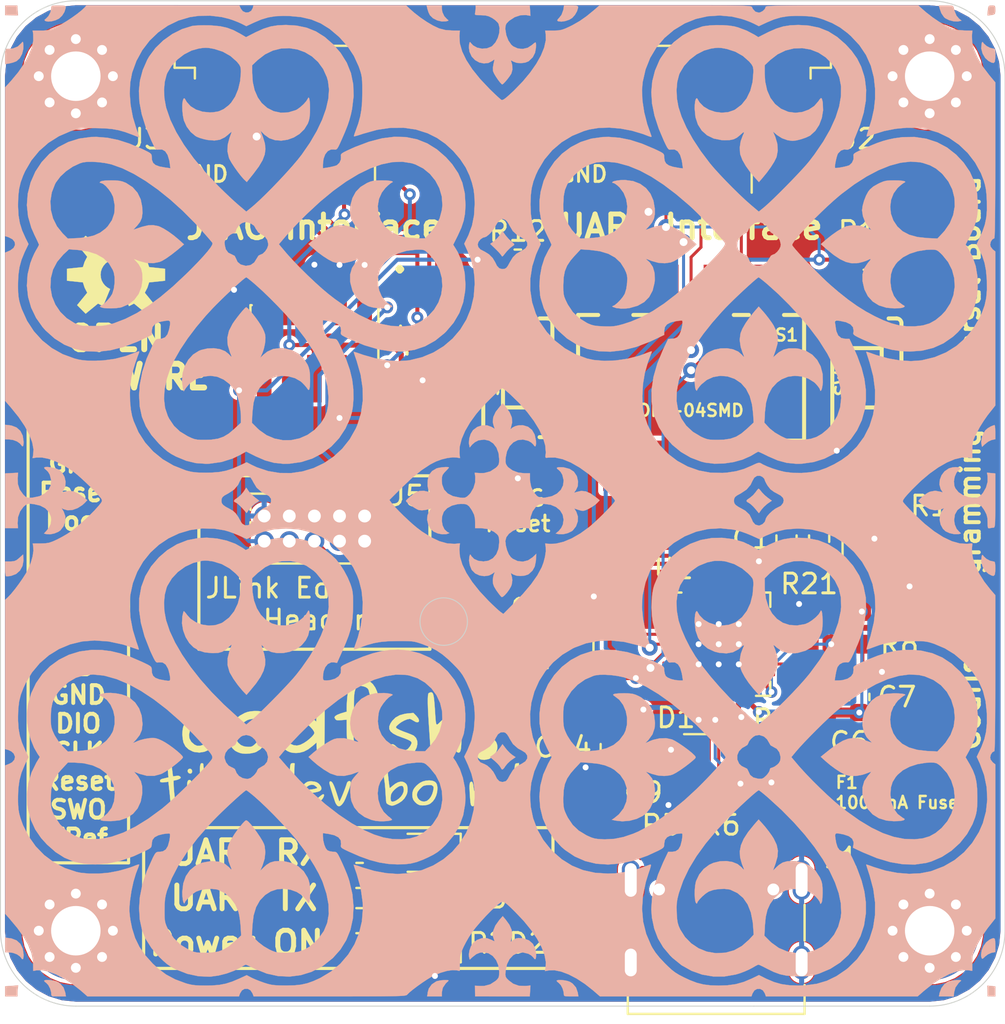
<source format=kicad_pcb>
(kicad_pcb (version 20171130) (host pcbnew 5.1.5+dfsg1-2build2)
  (layers (0 F.Cu signal) (31 B.Cu signal) (34 B.Paste user) (35 F.Paste user) (36 B.SilkS user) (37 F.SilkS user) (38 B.Mask user) (39 F.Mask user) (44 Edge.Cuts user))
  (net 0 "")
  (net 1 "Net-(J4-Pad8)")
  (net 2 "Net-(J4-Pad7)")
  (net 3 +3V3)
  (net 4 GND)
  (net 5 +5V)
  (net 6 COM_VDD)
  (net 7 USB_D+)
  (net 8 USB_D-)
  (net 9 "Net-(F1-Pad2)")
  (net 10 "Net-(J1-PadB5)")
  (net 11 "Net-(J1-PadA8)")
  (net 12 "Net-(J1-PadA5)")
  (net 13 "Net-(J1-PadB8)")
  (net 14 ESP_RESET)
  (net 15 COM_DTR)
  (net 16 "Net-(Q1-Pad2)")
  (net 17 "Net-(Q1-Pad5)")
  (net 18 ESP_BOOT)
  (net 19 COM_RTS)
  (net 20 "Net-(R1-Pad2)")
  (net 21 COM_VBUS)
  (net 22 "Net-(R14-Pad2)")
  (net 23 "Net-(R21-Pad1)")
  (net 24 "Net-(U2-Pad27)")
  (net 25 ESP_RX)
  (net 26 ESP_TX)
  (net 27 "Net-(U2-Pad23)")
  (net 28 "Net-(U2-Pad22)")
  (net 29 "Net-(U2-Pad21)")
  (net 30 "Net-(U2-Pad20)")
  (net 31 "Net-(U2-Pad17)")
  (net 32 "Net-(U2-Pad16)")
  (net 33 "Net-(U2-Pad15)")
  (net 34 "Net-(U2-Pad14)")
  (net 35 "Net-(U2-Pad13)")
  (net 36 "Net-(U2-Pad12)")
  (net 37 "Net-(U2-Pad10)")
  (net 38 "Net-(U2-Pad2)")
  (net 39 "Net-(U2-Pad1)")
  (net 40 JTAG_RST)
  (net 41 JTAG_SWO)
  (net 42 JTAG_CLK)
  (net 43 JTAG_DIO)
  (net 44 "Net-(J5-Pad8)")
  (net 45 "Net-(J5-Pad7)")
  (net 46 "Net-(S1-Pad8)")
  (net 47 "Net-(S1-Pad7)")
  (net 48 "Net-(S1-Pad2)")
  (net 49 "Net-(S1-Pad1)")
  (net 50 "Net-(U1-Pad4)")
  (net 51 "Net-(D2-Pad2)")
  (net 52 "Net-(D3-Pad2)")
  (net 53 "Net-(D4-Pad2)")
  (net 54 LED_TX)
  (net 55 LED_RX)
  (net 56 "Net-(R11-Pad2)")
  (net 57 "Net-(R12-Pad2)")
  (net 58 VIN)
  (net 59 VREF)
  (module logos:codfish_tile (layer F.Cu) (at 220.345 90.424)
    (fp_text reference G*** hide)
    (fp_text value LOGO hide)
  )
  (module logos:tiles_5x5 (layer B.Cu) (at 228.473 76.073)
    (fp_text reference G*** hide)
    (fp_text value LOGO hide)
  )
  (module logos:codfish_03 (layer F.Cu) (at 220.345 87.122)
    (fp_text reference G*** hide)
    (fp_text value LOGO hide)
  )
  (module Aesthetics:OSHW-LOGO-M (layer F.Cu) (at 209.042 64.643)
    (fp_text reference "" (at 0 0) (layer F.SilkS) (effects (font (size 1.524 1.524))))
    (fp_text value "" (at 0 0) (layer F.SilkS) (effects (font (size 1.524 1.524))))
  )
  (module Switches:TACTILE_SWITCH_SMD_6.0X3.5MM (layer F.Cu) (at 229.362 69.85 270)
    (fp_text reference SW2 (at 0 1.27 90) (layer F.SilkS) (effects (font (size 0.6096 0.6096) (thickness 0.127))))
    (fp_text value SW_DIP_x01 hide)
    (pad 2 smd rect (at 3.1496 0 90) (size 2.2987 1.59766) (layers F.Cu F.Paste F.Mask) (net 4 GND))
    (pad 1 smd rect (at -3.1496 0 90) (size 2.2987 1.59766) (layers F.Cu F.Paste F.Mask) (net 57 "Net-(R12-Pad2)"))
  )
  (module Switches:TACTILE_SWITCH_SMD_6.0X3.5MM (layer F.Cu) (at 247.015 69.85 270)
    (fp_text reference SW1 (at 0 1.27 90) (layer F.SilkS) (effects (font (size 0.6096 0.6096) (thickness 0.127))))
    (fp_text value SW_DIP_x01 hide)
    (pad 2 smd rect (at 3.1496 0 90) (size 2.2987 1.59766) (layers F.Cu F.Paste F.Mask) (net 4 GND))
    (pad 1 smd rect (at -3.1496 0 90) (size 2.2987 1.59766) (layers F.Cu F.Paste F.Mask) (net 56 "Net-(R11-Pad2)"))
  )
  (module Resistor_SMD:R_0603_1608Metric (layer F.Cu) (at 229.362 63.881)
    (fp_text reference R12 (at 0 -1.43) (layer F.SilkS))
    (fp_text value 10kR)
    (pad 2 smd roundrect (at 0.7875 0) (size 0.875 0.95) (layers F.Cu F.Paste F.Mask) (net 57 "Net-(R12-Pad2)"))
    (pad 1 smd roundrect (at -0.7875 0) (size 0.875 0.95) (layers F.Cu F.Paste F.Mask) (net 40 JTAG_RST))
  )
  (module Resistor_SMD:R_0603_1608Metric (layer F.Cu) (at 247.015 63.881)
    (fp_text reference R11 (at 0 -1.43) (layer F.SilkS))
    (fp_text value 10kR)
    (pad 2 smd roundrect (at 0.7875 0) (size 0.875 0.95) (layers F.Cu F.Paste F.Mask) (net 56 "Net-(R11-Pad2)"))
    (pad 1 smd roundrect (at -0.7875 0) (size 0.875 0.95) (layers F.Cu F.Paste F.Mask) (net 14 ESP_RESET))
  )
  (module Resistor_SMD:R_0603_1608Metric (layer F.Cu) (at 221.361 93.853)
    (fp_text reference R4 (at 6.477 0) (layer F.SilkS))
    (fp_text value 470R)
    (pad 2 smd roundrect (at 0.7875 0) (size 0.875 0.95) (layers F.Cu F.Paste F.Mask) (net 53 "Net-(D4-Pad2)"))
    (pad 1 smd roundrect (at -0.7875 0) (size 0.875 0.95) (layers F.Cu F.Paste F.Mask) (net 3 +3V3))
  )
  (module Resistor_SMD:R_0603_1608Metric (layer F.Cu) (at 221.361 96.139)
    (fp_text reference R3 (at 6.477 0) (layer F.SilkS))
    (fp_text value 470R)
    (pad 2 smd roundrect (at 0.7875 0) (size 0.875 0.95) (layers F.Cu F.Paste F.Mask) (net 52 "Net-(D3-Pad2)"))
    (pad 1 smd roundrect (at -0.7875 0) (size 0.875 0.95) (layers F.Cu F.Paste F.Mask) (net 3 +3V3))
  )
  (module Resistor_SMD:R_0603_1608Metric (layer F.Cu) (at 221.361 98.425)
    (fp_text reference R2 (at 6.477 0) (layer F.SilkS))
    (fp_text value 470R)
    (pad 2 smd roundrect (at 0.7875 0) (size 0.875 0.95) (layers F.Cu F.Paste F.Mask) (net 51 "Net-(D2-Pad2)"))
    (pad 1 smd roundrect (at -0.7875 0) (size 0.875 0.95) (layers F.Cu F.Paste F.Mask) (net 3 +3V3))
  )
  (module LED_SMD:LED_0805_2012Metric (layer F.Cu) (at 224.79 93.853 180)
    (fp_text reference D4 (at -5.08 0) (layer F.SilkS))
    (fp_text value LED)
    (pad 2 smd roundrect (at 0.9375 0 180) (size 0.975 1.4) (layers F.Cu F.Paste F.Mask) (net 53 "Net-(D4-Pad2)"))
    (pad 1 smd roundrect (at -0.9375 0 180) (size 0.975 1.4) (layers F.Cu F.Paste F.Mask) (net 55 LED_RX))
  )
  (module LED_SMD:LED_0805_2012Metric (layer F.Cu) (at 224.79 96.139 180)
    (fp_text reference D3 (at -5.08 0) (layer F.SilkS))
    (fp_text value LED)
    (pad 2 smd roundrect (at 0.9375 0 180) (size 0.975 1.4) (layers F.Cu F.Paste F.Mask) (net 52 "Net-(D3-Pad2)"))
    (pad 1 smd roundrect (at -0.9375 0 180) (size 0.975 1.4) (layers F.Cu F.Paste F.Mask) (net 54 LED_TX))
  )
  (module LED_SMD:LED_0805_2012Metric (layer F.Cu) (at 224.79 98.425 180)
    (fp_text reference D2 (at -5.08 0) (layer F.SilkS))
    (fp_text value LED)
    (pad 2 smd roundrect (at 0.9375 0 180) (size 0.975 1.4) (layers F.Cu F.Paste F.Mask) (net 51 "Net-(D2-Pad2)"))
    (pad 1 smd roundrect (at -0.9375 0 180) (size 0.975 1.4) (layers F.Cu F.Paste F.Mask) (net 4 GND))
  )
  (module Package_TO_SOT_SMD:SOT-23-5 (layer F.Cu) (at 247.396 77.978 90)
    (fp_text reference U1 (at 2.667 0 180) (layer F.SilkS))
    (fp_text value TLV73310PDBV)
    (pad 5 smd rect (at 1.1 -0.95 90) (size 1.06 0.65) (layers F.Cu F.Paste F.Mask) (net 3 +3V3))
    (pad 4 smd rect (at 1.1 0.95 90) (size 1.06 0.65) (layers F.Cu F.Paste F.Mask) (net 50 "Net-(U1-Pad4)"))
    (pad 3 smd rect (at -1.1 0.95 90) (size 1.06 0.65) (layers F.Cu F.Paste F.Mask) (net 20 "Net-(R1-Pad2)"))
    (pad 2 smd rect (at -1.1 0 90) (size 1.06 0.65) (layers F.Cu F.Paste F.Mask) (net 4 GND))
    (pad 1 smd rect (at -1.1 -0.95 90) (size 1.06 0.65) (layers F.Cu F.Paste F.Mask) (net 5 +5V))
  )
  (module Switches:DIPSWITCH-04-SMD (layer F.Cu) (at 238.125 69.85 180)
    (fp_text reference S1 (at -4.826 2.159 180) (layer F.SilkS) (effects (font (size 0.6096 0.6096) (thickness 0.127))))
    (fp_text value DIP-04SMD (at 0 -1.651 180) (layer F.SilkS) (effects (font (size 0.6096 0.6096) (thickness 0.127))))
    (pad 8 smd rect (at -3.81 4.445 270) (size 2.54 1.27) (layers F.Cu F.Paste F.Mask) (net 46 "Net-(S1-Pad8)"))
    (pad 7 smd rect (at -1.27 4.445 270) (size 2.54 1.27) (layers F.Cu F.Paste F.Mask) (net 47 "Net-(S1-Pad7)"))
    (pad 6 smd rect (at 1.27 4.445 270) (size 2.54 1.27) (layers F.Cu F.Paste F.Mask) (net 58 VIN))
    (pad 5 smd rect (at 3.81 4.445 270) (size 2.54 1.27) (layers F.Cu F.Paste F.Mask) (net 59 VREF))
    (pad 4 smd rect (at 3.81 -4.445 270) (size 2.54 1.27) (layers F.Cu F.Paste F.Mask) (net 3 +3V3))
    (pad 3 smd rect (at 1.27 -4.445 270) (size 2.54 1.27) (layers F.Cu F.Paste F.Mask) (net 3 +3V3))
    (pad 2 smd rect (at -1.27 -4.445 270) (size 2.54 1.27) (layers F.Cu F.Paste F.Mask) (net 48 "Net-(S1-Pad2)"))
    (pad 1 smd rect (at -3.81 -4.445 270) (size 2.54 1.27) (layers F.Cu F.Paste F.Mask) (net 49 "Net-(S1-Pad1)"))
  )
  (module MountingHole:MountingHole_2.5mm_Pad_Via (layer F.Cu) (at 207.01 97.79)
    (fp_text reference H4 hide)
    (fp_text value MountingHole_Pad)
    (pad 1 thru_hole circle (at 1.325825 -1.325825) (size 0.8 0.8) (drill 0.5) (layers *.Cu *.Mask) (net 4 GND))
    (pad 1 thru_hole circle (at 0 -1.875) (size 0.8 0.8) (drill 0.5) (layers *.Cu *.Mask) (net 4 GND))
    (pad 1 thru_hole circle (at -1.325825 -1.325825) (size 0.8 0.8) (drill 0.5) (layers *.Cu *.Mask) (net 4 GND))
    (pad 1 thru_hole circle (at -1.875 0) (size 0.8 0.8) (drill 0.5) (layers *.Cu *.Mask) (net 4 GND))
    (pad 1 thru_hole circle (at -1.325825 1.325825) (size 0.8 0.8) (drill 0.5) (layers *.Cu *.Mask) (net 4 GND))
    (pad 1 thru_hole circle (at 0 1.875) (size 0.8 0.8) (drill 0.5) (layers *.Cu *.Mask) (net 4 GND))
    (pad 1 thru_hole circle (at 1.325825 1.325825) (size 0.8 0.8) (drill 0.5) (layers *.Cu *.Mask) (net 4 GND))
    (pad 1 thru_hole circle (at 1.875 0) (size 0.8 0.8) (drill 0.5) (layers *.Cu *.Mask) (net 4 GND))
    (pad 1 thru_hole circle (at 0 0) (size 5 5) (drill 2.5) (layers *.Cu *.Mask) (net 4 GND))
  )
  (module MountingHole:MountingHole_2.5mm_Pad_Via (layer F.Cu) (at 250.19 97.79)
    (fp_text reference H3 hide)
    (fp_text value MountingHole_Pad)
    (pad 1 thru_hole circle (at 1.325825 -1.325825) (size 0.8 0.8) (drill 0.5) (layers *.Cu *.Mask) (net 4 GND))
    (pad 1 thru_hole circle (at 0 -1.875) (size 0.8 0.8) (drill 0.5) (layers *.Cu *.Mask) (net 4 GND))
    (pad 1 thru_hole circle (at -1.325825 -1.325825) (size 0.8 0.8) (drill 0.5) (layers *.Cu *.Mask) (net 4 GND))
    (pad 1 thru_hole circle (at -1.875 0) (size 0.8 0.8) (drill 0.5) (layers *.Cu *.Mask) (net 4 GND))
    (pad 1 thru_hole circle (at -1.325825 1.325825) (size 0.8 0.8) (drill 0.5) (layers *.Cu *.Mask) (net 4 GND))
    (pad 1 thru_hole circle (at 0 1.875) (size 0.8 0.8) (drill 0.5) (layers *.Cu *.Mask) (net 4 GND))
    (pad 1 thru_hole circle (at 1.325825 1.325825) (size 0.8 0.8) (drill 0.5) (layers *.Cu *.Mask) (net 4 GND))
    (pad 1 thru_hole circle (at 1.875 0) (size 0.8 0.8) (drill 0.5) (layers *.Cu *.Mask) (net 4 GND))
    (pad 1 thru_hole circle (at 0 0) (size 5 5) (drill 2.5) (layers *.Cu *.Mask) (net 4 GND))
  )
  (module MountingHole:MountingHole_2.5mm_Pad_Via (layer F.Cu) (at 250.19 54.61)
    (fp_text reference H2 hide)
    (fp_text value MountingHole_Pad)
    (pad 1 thru_hole circle (at 1.325825 -1.325825) (size 0.8 0.8) (drill 0.5) (layers *.Cu *.Mask) (net 4 GND))
    (pad 1 thru_hole circle (at 0 -1.875) (size 0.8 0.8) (drill 0.5) (layers *.Cu *.Mask) (net 4 GND))
    (pad 1 thru_hole circle (at -1.325825 -1.325825) (size 0.8 0.8) (drill 0.5) (layers *.Cu *.Mask) (net 4 GND))
    (pad 1 thru_hole circle (at -1.875 0) (size 0.8 0.8) (drill 0.5) (layers *.Cu *.Mask) (net 4 GND))
    (pad 1 thru_hole circle (at -1.325825 1.325825) (size 0.8 0.8) (drill 0.5) (layers *.Cu *.Mask) (net 4 GND))
    (pad 1 thru_hole circle (at 0 1.875) (size 0.8 0.8) (drill 0.5) (layers *.Cu *.Mask) (net 4 GND))
    (pad 1 thru_hole circle (at 1.325825 1.325825) (size 0.8 0.8) (drill 0.5) (layers *.Cu *.Mask) (net 4 GND))
    (pad 1 thru_hole circle (at 1.875 0) (size 0.8 0.8) (drill 0.5) (layers *.Cu *.Mask) (net 4 GND))
    (pad 1 thru_hole circle (at 0 0) (size 5 5) (drill 2.5) (layers *.Cu *.Mask) (net 4 GND))
  )
  (module MountingHole:MountingHole_2.5mm_Pad_Via (layer F.Cu) (at 207.01 54.61)
    (fp_text reference H1 hide)
    (fp_text value MountingHole_Pad)
    (pad 1 thru_hole circle (at 1.325825 -1.325825) (size 0.8 0.8) (drill 0.5) (layers *.Cu *.Mask) (net 4 GND))
    (pad 1 thru_hole circle (at 0 -1.875) (size 0.8 0.8) (drill 0.5) (layers *.Cu *.Mask) (net 4 GND))
    (pad 1 thru_hole circle (at -1.325825 -1.325825) (size 0.8 0.8) (drill 0.5) (layers *.Cu *.Mask) (net 4 GND))
    (pad 1 thru_hole circle (at -1.875 0) (size 0.8 0.8) (drill 0.5) (layers *.Cu *.Mask) (net 4 GND))
    (pad 1 thru_hole circle (at -1.325825 1.325825) (size 0.8 0.8) (drill 0.5) (layers *.Cu *.Mask) (net 4 GND))
    (pad 1 thru_hole circle (at 0 1.875) (size 0.8 0.8) (drill 0.5) (layers *.Cu *.Mask) (net 4 GND))
    (pad 1 thru_hole circle (at 1.325825 1.325825) (size 0.8 0.8) (drill 0.5) (layers *.Cu *.Mask) (net 4 GND))
    (pad 1 thru_hole circle (at 1.875 0) (size 0.8 0.8) (drill 0.5) (layers *.Cu *.Mask) (net 4 GND))
    (pad 1 thru_hole circle (at 0 0) (size 5 5) (drill 2.5) (layers *.Cu *.Mask) (net 4 GND))
  )
  (module Connector_FFC-FPC:TE_84952-6_1x06-1MP_P1.0mm_Horizontal (layer F.Cu) (at 219.075 57.785 180)
    (fp_text reference J3 (at 8.509 0) (layer F.SilkS))
    (fp_text value Conn_01x06)
    (pad MP smd rect (at 5.49 1 180) (size 2.68 3.6) (layers F.Cu F.Paste F.Mask))
    (pad MP smd rect (at -5.49 1 180) (size 2.68 3.6) (layers F.Cu F.Paste F.Mask))
    (pad 6 smd rect (at 2.5 -1.8 180) (size 0.61 2) (layers F.Cu F.Paste F.Mask) (net 4 GND))
    (pad 5 smd rect (at 1.5 -1.8 180) (size 0.61 2) (layers F.Cu F.Paste F.Mask) (net 43 JTAG_DIO))
    (pad 4 smd rect (at 0.5 -1.8 180) (size 0.61 2) (layers F.Cu F.Paste F.Mask) (net 42 JTAG_CLK))
    (pad 3 smd rect (at -0.5 -1.8 180) (size 0.61 2) (layers F.Cu F.Paste F.Mask) (net 40 JTAG_RST))
    (pad 2 smd rect (at -1.5 -1.8 180) (size 0.61 2) (layers F.Cu F.Paste F.Mask) (net 41 JTAG_SWO))
    (pad 1 smd rect (at -2.5 -1.8 180) (size 0.61 2) (layers F.Cu F.Paste F.Mask) (net 59 VREF))
  )
  (module Connector_FFC-FPC:TE_84952-6_1x06-1MP_P1.0mm_Horizontal (layer F.Cu) (at 238.125 57.785 180)
    (fp_text reference J2 (at -8.509 0) (layer F.SilkS))
    (fp_text value Conn_01x06)
    (pad MP smd rect (at 5.49 1 180) (size 2.68 3.6) (layers F.Cu F.Paste F.Mask))
    (pad MP smd rect (at -5.49 1 180) (size 2.68 3.6) (layers F.Cu F.Paste F.Mask))
    (pad 6 smd rect (at 2.5 -1.8 180) (size 0.61 2) (layers F.Cu F.Paste F.Mask) (net 4 GND))
    (pad 5 smd rect (at 1.5 -1.8 180) (size 0.61 2) (layers F.Cu F.Paste F.Mask) (net 14 ESP_RESET))
    (pad 4 smd rect (at 0.5 -1.8 180) (size 0.61 2) (layers F.Cu F.Paste F.Mask) (net 18 ESP_BOOT))
    (pad 3 smd rect (at -0.5 -1.8 180) (size 0.61 2) (layers F.Cu F.Paste F.Mask) (net 26 ESP_TX))
    (pad 2 smd rect (at -1.5 -1.8 180) (size 0.61 2) (layers F.Cu F.Paste F.Mask) (net 25 ESP_RX))
    (pad 1 smd rect (at -2.5 -1.8 180) (size 0.61 2) (layers F.Cu F.Paste F.Mask) (net 58 VIN))
  )
  (module Connector_PinHeader_1.27mm:PinHeader_2x05_P1.27mm_Vertical (layer F.Cu) (at 221.615 76.835 270)
    (fp_text reference J5 (at -1.016 -2.159 180) (layer F.SilkS))
    (fp_text value Conn_ARM_JTAG_SWD_10)
    (pad 10 thru_hole oval (at 1.27 5.08 270) (size 1 1) (drill 0.65) (layers *.Cu *.Mask) (net 40 JTAG_RST))
    (pad 9 thru_hole oval (at 0 5.08 270) (size 1 1) (drill 0.65) (layers *.Cu *.Mask) (net 4 GND))
    (pad 8 thru_hole oval (at 1.27 3.81 270) (size 1 1) (drill 0.65) (layers *.Cu *.Mask) (net 44 "Net-(J5-Pad8)"))
    (pad 7 thru_hole oval (at 0 3.81 270) (size 1 1) (drill 0.65) (layers *.Cu *.Mask) (net 45 "Net-(J5-Pad7)"))
    (pad 6 thru_hole oval (at 1.27 2.54 270) (size 1 1) (drill 0.65) (layers *.Cu *.Mask) (net 41 JTAG_SWO))
    (pad 5 thru_hole oval (at 0 2.54 270) (size 1 1) (drill 0.65) (layers *.Cu *.Mask) (net 4 GND))
    (pad 4 thru_hole oval (at 1.27 1.27 270) (size 1 1) (drill 0.65) (layers *.Cu *.Mask) (net 42 JTAG_CLK))
    (pad 3 thru_hole oval (at 0 1.27 270) (size 1 1) (drill 0.65) (layers *.Cu *.Mask) (net 4 GND))
    (pad 2 thru_hole oval (at 1.27 0 270) (size 1 1) (drill 0.65) (layers *.Cu *.Mask) (net 43 JTAG_DIO))
    (pad 1 thru_hole rect (at 0 0 270) (size 1 1) (drill 0.65) (layers *.Cu *.Mask) (net 59 VREF))
  )
  (module Connector_PinHeader_1.27mm:PinHeader_2x05_P1.27mm_Vertical_SMD (layer F.Cu) (at 219.075 67.945 270)
    (fp_text reference J4 (at 0 -4.235 90) (layer F.SilkS))
    (fp_text value Conn_ARM_JTAG_SWD_10)
    (pad 10 smd rect (at 1.95 2.54 270) (size 2.4 0.74) (layers F.Cu F.Paste F.Mask) (net 40 JTAG_RST))
    (pad 9 smd rect (at -1.95 2.54 270) (size 2.4 0.74) (layers F.Cu F.Paste F.Mask) (net 4 GND))
    (pad 8 smd rect (at 1.95 1.27 270) (size 2.4 0.74) (layers F.Cu F.Paste F.Mask) (net 1 "Net-(J4-Pad8)"))
    (pad 7 smd rect (at -1.95 1.27 270) (size 2.4 0.74) (layers F.Cu F.Paste F.Mask) (net 2 "Net-(J4-Pad7)"))
    (pad 6 smd rect (at 1.95 0 270) (size 2.4 0.74) (layers F.Cu F.Paste F.Mask) (net 41 JTAG_SWO))
    (pad 5 smd rect (at -1.95 0 270) (size 2.4 0.74) (layers F.Cu F.Paste F.Mask) (net 4 GND))
    (pad 4 smd rect (at 1.95 -1.27 270) (size 2.4 0.74) (layers F.Cu F.Paste F.Mask) (net 42 JTAG_CLK))
    (pad 3 smd rect (at -1.95 -1.27 270) (size 2.4 0.74) (layers F.Cu F.Paste F.Mask) (net 4 GND))
    (pad 2 smd rect (at 1.95 -2.54 270) (size 2.4 0.74) (layers F.Cu F.Paste F.Mask) (net 43 JTAG_DIO))
    (pad 1 smd rect (at -1.95 -2.54 270) (size 2.4 0.74) (layers F.Cu F.Paste F.Mask) (net 59 VREF))
  )
  (module Package_DFN_QFN:QFN-28-1EP_5x5mm_P0.5mm_EP3.35x3.35mm (layer F.Cu) (at 239.522 83.312 90)
    (fp_text reference U2 (at 3.81 -2.286 180) (layer F.SilkS))
    (fp_text value CP2102N-A01-GQFN28)
    (pad 28 smd roundrect (at -1.5 -2.45 90) (size 0.25 0.8) (layers F.Cu F.Paste F.Mask) (net 15 COM_DTR))
    (pad 27 smd roundrect (at -1 -2.45 90) (size 0.25 0.8) (layers F.Cu F.Paste F.Mask) (net 24 "Net-(U2-Pad27)"))
    (pad 26 smd roundrect (at -0.5 -2.45 90) (size 0.25 0.8) (layers F.Cu F.Paste F.Mask) (net 25 ESP_RX))
    (pad 25 smd roundrect (at 0 -2.45 90) (size 0.25 0.8) (layers F.Cu F.Paste F.Mask) (net 26 ESP_TX))
    (pad 24 smd roundrect (at 0.5 -2.45 90) (size 0.25 0.8) (layers F.Cu F.Paste F.Mask) (net 19 COM_RTS))
    (pad 23 smd roundrect (at 1 -2.45 90) (size 0.25 0.8) (layers F.Cu F.Paste F.Mask) (net 27 "Net-(U2-Pad23)"))
    (pad 22 smd roundrect (at 1.5 -2.45 90) (size 0.25 0.8) (layers F.Cu F.Paste F.Mask) (net 28 "Net-(U2-Pad22)"))
    (pad 21 smd roundrect (at 2.45 -1.5 90) (size 0.8 0.25) (layers F.Cu F.Paste F.Mask) (net 29 "Net-(U2-Pad21)"))
    (pad 20 smd roundrect (at 2.45 -1 90) (size 0.8 0.25) (layers F.Cu F.Paste F.Mask) (net 30 "Net-(U2-Pad20)"))
    (pad 19 smd roundrect (at 2.45 -0.5 90) (size 0.8 0.25) (layers F.Cu F.Paste F.Mask) (net 54 LED_TX))
    (pad 18 smd roundrect (at 2.45 0 90) (size 0.8 0.25) (layers F.Cu F.Paste F.Mask) (net 55 LED_RX))
    (pad 17 smd roundrect (at 2.45 0.5 90) (size 0.8 0.25) (layers F.Cu F.Paste F.Mask) (net 31 "Net-(U2-Pad17)"))
    (pad 16 smd roundrect (at 2.45 1 90) (size 0.8 0.25) (layers F.Cu F.Paste F.Mask) (net 32 "Net-(U2-Pad16)"))
    (pad 15 smd roundrect (at 2.45 1.5 90) (size 0.8 0.25) (layers F.Cu F.Paste F.Mask) (net 33 "Net-(U2-Pad15)"))
    (pad 14 smd roundrect (at 1.5 2.45 90) (size 0.25 0.8) (layers F.Cu F.Paste F.Mask) (net 34 "Net-(U2-Pad14)"))
    (pad 13 smd roundrect (at 1 2.45 90) (size 0.25 0.8) (layers F.Cu F.Paste F.Mask) (net 35 "Net-(U2-Pad13)"))
    (pad 12 smd roundrect (at 0.5 2.45 90) (size 0.25 0.8) (layers F.Cu F.Paste F.Mask) (net 36 "Net-(U2-Pad12)"))
    (pad 11 smd roundrect (at 0 2.45 90) (size 0.25 0.8) (layers F.Cu F.Paste F.Mask) (net 23 "Net-(R21-Pad1)"))
    (pad 10 smd roundrect (at -0.5 2.45 90) (size 0.25 0.8) (layers F.Cu F.Paste F.Mask) (net 37 "Net-(U2-Pad10)"))
    (pad 9 smd roundrect (at -1 2.45 90) (size 0.25 0.8) (layers F.Cu F.Paste F.Mask) (net 22 "Net-(R14-Pad2)"))
    (pad 8 smd roundrect (at -1.5 2.45 90) (size 0.25 0.8) (layers F.Cu F.Paste F.Mask) (net 21 COM_VBUS))
    (pad 7 smd roundrect (at -2.45 1.5 90) (size 0.8 0.25) (layers F.Cu F.Paste F.Mask) (net 5 +5V))
    (pad 6 smd roundrect (at -2.45 1 90) (size 0.8 0.25) (layers F.Cu F.Paste F.Mask) (net 6 COM_VDD))
    (pad 5 smd roundrect (at -2.45 0.5 90) (size 0.8 0.25) (layers F.Cu F.Paste F.Mask) (net 8 USB_D-))
    (pad 4 smd roundrect (at -2.45 0 90) (size 0.8 0.25) (layers F.Cu F.Paste F.Mask) (net 7 USB_D+))
    (pad 3 smd roundrect (at -2.45 -0.5 90) (size 0.8 0.25) (layers F.Cu F.Paste F.Mask) (net 4 GND))
    (pad 2 smd roundrect (at -2.45 -1 90) (size 0.8 0.25) (layers F.Cu F.Paste F.Mask) (net 38 "Net-(U2-Pad2)"))
    (pad 1 smd roundrect (at -2.45 -1.5 90) (size 0.8 0.25) (layers F.Cu F.Paste F.Mask) (net 39 "Net-(U2-Pad1)"))
    (pad 29 smd roundrect (at 0 0 90) (size 3.35 3.35) (layers F.Cu F.Mask) (roundrect_rratio 0.074627) (net 4 GND))
  )
  (module Resistor_SMD:R_0402_1005Metric (layer F.Cu) (at 243.586 82.677 90)
    (fp_text reference R21 (at 2.413 0.508 180) (layer F.SilkS))
    (fp_text value 10kR)
    (pad 2 smd roundrect (at 0.485 0 90) (size 0.59 0.64) (layers F.Cu F.Paste F.Mask) (net 4 GND))
    (pad 1 smd roundrect (at -0.485 0 90) (size 0.59 0.64) (layers F.Cu F.Paste F.Mask) (net 23 "Net-(R21-Pad1)"))
  )
  (module Resistor_SMD:R_0402_1005Metric (layer F.Cu) (at 243.586 84.836 90)
    (fp_text reference R14 (at -2.286 -0.889 180) (layer F.SilkS))
    (fp_text value "4k7 1%")
    (pad 2 smd roundrect (at 0.485 0 90) (size 0.59 0.64) (layers F.Cu F.Paste F.Mask) (net 22 "Net-(R14-Pad2)"))
    (pad 1 smd roundrect (at -0.485 0 90) (size 0.59 0.64) (layers F.Cu F.Paste F.Mask) (net 6 COM_VDD))
  )
  (module Resistor_SMD:R_0402_1005Metric (layer F.Cu) (at 234.061 83.82 90)
    (fp_text reference R10 (at 2.286 0 180) (layer F.SilkS))
    (fp_text value 10kR)
    (pad 2 smd roundrect (at 0.485 0 90) (size 0.59 0.64) (layers F.Cu F.Paste F.Mask) (net 19 COM_RTS))
    (pad 1 smd roundrect (at -0.485 0 90) (size 0.59 0.64) (layers F.Cu F.Paste F.Mask) (net 17 "Net-(Q1-Pad5)"))
  )
  (module Resistor_SMD:R_0402_1005Metric (layer F.Cu) (at 229.997 83.82 270)
    (fp_text reference R9 (at 0 1.524 180) (layer F.SilkS))
    (fp_text value 10kR)
    (pad 2 smd roundrect (at 0.485 0 270) (size 0.59 0.64) (layers F.Cu F.Paste F.Mask) (net 15 COM_DTR))
    (pad 1 smd roundrect (at -0.485 0 270) (size 0.59 0.64) (layers F.Cu F.Paste F.Mask) (net 16 "Net-(Q1-Pad2)"))
  )
  (module Resistor_SMD:R_0603_1608Metric (layer F.Cu) (at 245.999 83.312 180)
    (fp_text reference R8 (at -2.667 0) (layer F.SilkS))
    (fp_text value 47k5R)
    (pad 2 smd roundrect (at 0.7875 0 180) (size 0.875 0.95) (layers F.Cu F.Paste F.Mask) (net 21 COM_VBUS))
    (pad 1 smd roundrect (at -0.7875 0 180) (size 0.875 0.95) (layers F.Cu F.Paste F.Mask) (net 4 GND))
  )
  (module Resistor_SMD:R_0603_1608Metric (layer F.Cu) (at 245.999 81.661)
    (fp_text reference R7 (at 2.667 0) (layer F.SilkS))
    (fp_text value 21k1R)
    (pad 2 smd roundrect (at 0.7875 0) (size 0.875 0.95) (layers F.Cu F.Paste F.Mask) (net 5 +5V))
    (pad 1 smd roundrect (at -0.7875 0) (size 0.875 0.95) (layers F.Cu F.Paste F.Mask) (net 21 COM_VBUS))
  )
  (module Resistor_SMD:R_0402_1005Metric (layer F.Cu) (at 241.173 92.456 270)
    (fp_text reference R6 (at 0 1.524 180) (layer F.SilkS))
    (fp_text value "5k1 1%")
    (pad 2 smd roundrect (at 0.485 0 270) (size 0.59 0.64) (layers F.Cu F.Paste F.Mask) (net 10 "Net-(J1-PadB5)"))
    (pad 1 smd roundrect (at -0.485 0 270) (size 0.59 0.64) (layers F.Cu F.Paste F.Mask) (net 4 GND))
  )
  (module Resistor_SMD:R_0402_1005Metric (layer F.Cu) (at 238.125 92.456 270)
    (fp_text reference R5 (at 0 1.524 180) (layer F.SilkS))
    (fp_text value "5k1 1%")
    (pad 2 smd roundrect (at 0.485 0 270) (size 0.59 0.64) (layers F.Cu F.Paste F.Mask) (net 12 "Net-(J1-PadA5)"))
    (pad 1 smd roundrect (at -0.485 0 270) (size 0.59 0.64) (layers F.Cu F.Paste F.Mask) (net 4 GND))
  )
  (module Resistor_SMD:R_0402_1005Metric (layer F.Cu) (at 249.809 77.978 270)
    (fp_text reference R1 (at -1.651 -0.381 180) (layer F.SilkS))
    (fp_text value 10kR)
    (pad 2 smd roundrect (at 0.485 0 270) (size 0.59 0.64) (layers F.Cu F.Paste F.Mask) (net 20 "Net-(R1-Pad2)"))
    (pad 1 smd roundrect (at -0.485 0 270) (size 0.59 0.64) (layers F.Cu F.Paste F.Mask) (net 5 +5V))
  )
  (module Package_TO_SOT_SMD:SOT-363_SC-70-6 (layer F.Cu) (at 232.029 83.82 270)
    (fp_text reference Q1 (at -2.286 2.032 180) (layer F.SilkS))
    (fp_text value MBT2222ADW1T1)
    (pad 6 smd rect (at 0.95 -0.65 270) (size 0.65 0.4) (layers F.Cu F.Paste F.Mask) (net 14 ESP_RESET))
    (pad 4 smd rect (at 0.95 0.65 270) (size 0.65 0.4) (layers F.Cu F.Paste F.Mask) (net 15 COM_DTR))
    (pad 2 smd rect (at -0.95 0 270) (size 0.65 0.4) (layers F.Cu F.Paste F.Mask) (net 16 "Net-(Q1-Pad2)"))
    (pad 5 smd rect (at 0.95 0 270) (size 0.65 0.4) (layers F.Cu F.Paste F.Mask) (net 17 "Net-(Q1-Pad5)"))
    (pad 3 smd rect (at -0.95 0.65 270) (size 0.65 0.4) (layers F.Cu F.Paste F.Mask) (net 18 ESP_BOOT))
    (pad 1 smd rect (at -0.95 -0.65 270) (size 0.65 0.4) (layers F.Cu F.Paste F.Mask) (net 19 COM_RTS))
  )
  (module Connector_USB:USB_C_Receptacle_Palconn_UTC16-G (layer F.Cu) (at 239.395 97.155)
    (fp_text reference J1 (at 6.35 -3.048) (layer F.SilkS))
    (fp_text value U262-161N-4BVC11)
    (pad A12 smd rect (at 3.2 -2.51) (size 0.6 1.16) (layers F.Cu F.Paste F.Mask) (net 4 GND))
    (pad A9 smd rect (at 2.4 -2.51) (size 0.6 1.16) (layers F.Cu F.Paste F.Mask) (net 9 "Net-(F1-Pad2)"))
    (pad B1 smd rect (at 3.2 -2.51) (size 0.6 1.16) (layers F.Cu F.Paste F.Mask) (net 4 GND))
    (pad B4 smd rect (at 2.4 -2.51) (size 0.6 1.16) (layers F.Cu F.Paste F.Mask) (net 9 "Net-(F1-Pad2)"))
    (pad B12 smd rect (at -3.2 -2.51) (size 0.6 1.16) (layers F.Cu F.Paste F.Mask) (net 4 GND))
    (pad A1 smd rect (at -3.2 -2.51) (size 0.6 1.16) (layers F.Cu F.Paste F.Mask) (net 4 GND))
    (pad B9 smd rect (at -2.4 -2.51) (size 0.6 1.16) (layers F.Cu F.Paste F.Mask) (net 9 "Net-(F1-Pad2)"))
    (pad A4 smd rect (at -2.4 -2.51) (size 0.6 1.16) (layers F.Cu F.Paste F.Mask) (net 9 "Net-(F1-Pad2)"))
    (pad "" np_thru_hole circle (at -2.89 -1.45 180) (size 0.6 0.6) (drill 0.6) (layers *.Cu *.Mask))
    (pad "" np_thru_hole circle (at 2.89 -1.45 180) (size 0.6 0.6) (drill 0.6) (layers *.Cu *.Mask))
    (pad B5 smd rect (at 1.75 -2.51 180) (size 0.3 1.16) (layers F.Cu F.Paste F.Mask) (net 10 "Net-(J1-PadB5)"))
    (pad B6 smd rect (at 0.75 -2.51 180) (size 0.3 1.16) (layers F.Cu F.Paste F.Mask) (net 7 USB_D+))
    (pad A8 smd rect (at 1.25 -2.51 180) (size 0.3 1.16) (layers F.Cu F.Paste F.Mask) (net 11 "Net-(J1-PadA8)"))
    (pad A5 smd rect (at -1.25 -2.51 180) (size 0.3 1.16) (layers F.Cu F.Paste F.Mask) (net 12 "Net-(J1-PadA5)"))
    (pad B8 smd rect (at -1.75 -2.51 180) (size 0.3 1.16) (layers F.Cu F.Paste F.Mask) (net 13 "Net-(J1-PadB8)"))
    (pad A7 smd rect (at 0.25 -2.51 180) (size 0.3 1.16) (layers F.Cu F.Paste F.Mask) (net 8 USB_D-))
    (pad A6 smd rect (at -0.25 -2.51 180) (size 0.3 1.16) (layers F.Cu F.Paste F.Mask) (net 7 USB_D+))
    (pad B7 smd rect (at -0.75 -2.51 180) (size 0.3 1.16) (layers F.Cu F.Paste F.Mask) (net 8 USB_D-))
    (pad S1 thru_hole oval (at 4.32 2.24 90) (size 1.7 0.9) (drill oval 1.4 0.6) (layers *.Cu *.Mask) (net 4 GND))
    (pad S1 thru_hole oval (at -4.32 2.24 90) (size 1.7 0.9) (drill oval 1.4 0.6) (layers *.Cu *.Mask) (net 4 GND))
    (pad S1 thru_hole oval (at 4.32 -1.93 90) (size 2 0.9) (drill oval 1.7 0.6) (layers *.Cu *.Mask) (net 4 GND))
    (pad S1 thru_hole oval (at -4.32 -1.93 90) (size 2 0.9) (drill oval 1.7 0.6) (layers *.Cu *.Mask) (net 4 GND))
  )
  (module Resistors:1210 (layer F.Cu) (at 243.586 90.297 270)
    (fp_text reference F1 (at 0 -2.413 180) (layer F.SilkS) (effects (font (size 0.6096 0.6096) (thickness 0.127))))
    (fp_text value "1000mA Fuse" (at 1.016 -4.953 180) (layer F.SilkS) (effects (font (size 0.6096 0.6096) (thickness 0.127))))
    (pad 2 smd rect (at 1.7526 0 270) (size 1.27 2.05994) (layers F.Cu F.Paste F.Mask) (net 9 "Net-(F1-Pad2)"))
    (pad 1 smd rect (at -1.7526 0 270) (size 1.27 2.05994) (layers F.Cu F.Paste F.Mask) (net 5 +5V))
  )
  (module Package_TO_SOT_SMD:SOT-143 (layer F.Cu) (at 239.522 89.408)
    (fp_text reference D1 (at -2.159 -2.38) (layer F.SilkS))
    (fp_text value SP0503BAHTG)
    (pad 4 smd rect (at 1.1 -0.95 270) (size 1 1.4) (layers F.Cu F.Paste F.Mask) (net 5 +5V))
    (pad 3 smd rect (at 1.1 0.95 270) (size 1 1.4) (layers F.Cu F.Paste F.Mask) (net 7 USB_D+))
    (pad 2 smd rect (at -1.1 0.95 270) (size 1 1.4) (layers F.Cu F.Paste F.Mask) (net 8 USB_D-))
    (pad 1 smd rect (at -1.1 -0.77 270) (size 1.2 1.4) (layers F.Cu F.Paste F.Mask) (net 4 GND))
  )
  (module Capacitor_SMD:C_0603_1608Metric (layer F.Cu) (at 234.061 88.519 90)
    (fp_text reference C14 (at 0 -2.413 180) (layer F.SilkS))
    (fp_text value 100nF)
    (pad 2 smd roundrect (at 0.7875 0 90) (size 0.875 0.95) (layers F.Cu F.Paste F.Mask) (net 6 COM_VDD))
    (pad 1 smd roundrect (at -0.7875 0 90) (size 0.875 0.95) (layers F.Cu F.Paste F.Mask) (net 4 GND))
  )
  (module Capacitor_SMD:C_0603_1608Metric (layer F.Cu) (at 235.712 88.519 90)
    (fp_text reference C9 (at -2.286 0 180) (layer F.SilkS))
    (fp_text value 4.7uF)
    (pad 2 smd roundrect (at 0.7875 0 90) (size 0.875 0.95) (layers F.Cu F.Paste F.Mask) (net 6 COM_VDD))
    (pad 1 smd roundrect (at -0.7875 0 90) (size 0.875 0.95) (layers F.Cu F.Paste F.Mask) (net 4 GND))
  )
  (module Capacitor_SMD:C_0603_1608Metric (layer F.Cu) (at 246.634 85.979 270)
    (fp_text reference C7 (at 0 -1.905 180) (layer F.SilkS))
    (fp_text value 100nF)
    (pad 2 smd roundrect (at 0.7875 0 270) (size 0.875 0.95) (layers F.Cu F.Paste F.Mask) (net 5 +5V))
    (pad 1 smd roundrect (at -0.7875 0 270) (size 0.875 0.95) (layers F.Cu F.Paste F.Mask) (net 4 GND))
  )
  (module Capacitor_SMD:C_0603_1608Metric (layer F.Cu) (at 244.983 85.979 270)
    (fp_text reference C6 (at 2.286 -1.143 180) (layer F.SilkS))
    (fp_text value 4.7uF)
    (pad 2 smd roundrect (at 0.7875 0 270) (size 0.875 0.95) (layers F.Cu F.Paste F.Mask) (net 5 +5V))
    (pad 1 smd roundrect (at -0.7875 0 270) (size 0.875 0.95) (layers F.Cu F.Paste F.Mask) (net 4 GND))
  )
  (module Capacitor_SMD:C_0603_1608Metric (layer F.Cu) (at 244.602 77.978 90)
    (fp_text reference C2 (at 2.286 0 180) (layer F.SilkS))
    (fp_text value 4.7uF)
    (pad 2 smd roundrect (at 0.7875 0 90) (size 0.875 0.95) (layers F.Cu F.Paste F.Mask) (net 3 +3V3))
    (pad 1 smd roundrect (at -0.7875 0 90) (size 0.875 0.95) (layers F.Cu F.Paste F.Mask) (net 4 GND))
  )
  (module Capacitor_SMD:C_0603_1608Metric (layer F.Cu) (at 242.951 77.978 90)
    (fp_text reference C1 (at 0 -1.778 180) (layer F.SilkS))
    (fp_text value 100nF)
    (pad 2 smd roundrect (at 0.7875 0 90) (size 0.875 0.95) (layers F.Cu F.Paste F.Mask) (net 3 +3V3))
    (pad 1 smd roundrect (at -0.7875 0 90) (size 0.875 0.95) (layers F.Cu F.Paste F.Mask) (net 4 GND))
  )
  (gr_text GND (at 232.664 59.563) (layer F.SilkS) (effects (font (size 0.8 0.8))))
  (gr_text GND (at 213.487 59.563) (layer F.SilkS) (effects (font (size 0.8 0.8))))
  (gr_text "J2\nGND\nReset\nBoot\nTX\nRX\n3V3" (at 207.01 77.089) (layer F.SilkS) (effects (font (size 0.9 0.9) (thickness 0.2))))
  (gr_line (start 213.233 83.566) (end 213.233 74.803) (layer F.SilkS) (width 0.16))
  (gr_line (start 224.917 83.566) (end 213.233 83.566) (layer F.SilkS) (width 0.16))
  (gr_line (start 224.917 74.803) (end 224.917 83.566) (layer F.SilkS) (width 0.16))
  (gr_line (start 213.233 74.803) (end 224.917 74.803) (layer F.SilkS) (width 0.16))
  (gr_line (start 209.677 82.931) (end 209.677 94.361) (layer F.SilkS) (width 0.16))
  (gr_line (start 204.597 82.931) (end 209.677 82.931) (layer F.SilkS) (width 0.16))
  (gr_line (start 204.597 94.361) (end 204.597 82.931) (layer F.SilkS) (width 0.16))
  (gr_line (start 209.677 94.361) (end 204.597 94.361) (layer F.SilkS) (width 0.16))
  (gr_line (start 204.597 71.247) (end 204.597 71.374) (layer F.SilkS) (width 0.16))
  (gr_line (start 209.677 71.247) (end 204.597 71.247) (layer F.SilkS) (width 0.16))
  (gr_line (start 209.677 82.677) (end 209.677 71.247) (layer F.SilkS) (width 0.16))
  (gr_line (start 204.597 82.677) (end 209.677 82.677) (layer F.SilkS) (width 0.16))
  (gr_line (start 204.597 71.374) (end 204.597 82.677) (layer F.SilkS) (width 0.16))
  (gr_text "J3\nGND\nDIO\nCLK\nReset\nSWO\nVRef" (at 207.137 88.773) (layer F.SilkS) (effects (font (size 0.9 0.9) (thickness 0.2))))
  (gr_text "JTAG\nReset" (at 229.362 76.581) (layer F.SilkS) (effects (font (size 0.8 0.8))))
  (gr_text . (at 223.393 63.754) (layer F.SilkS) (effects (font (size 1.5 1.5) (thickness 0.3))))
  (gr_text "Codfish Programming Universal Board" (at 252.222 74.168 90) (layer F.SilkS) (effects (font (size 1 1) (thickness 0.2))))
  (gr_text "OPEN\nHARDWARE" (at 209.042 68.834) (layer F.SilkS) (effects (font (size 1.2 1.2) (thickness 0.3))))
  (gr_text "JLink Edu Mini\nHeader" (at 219.075 81.28) (layer F.SilkS) (effects (font (size 1 1))))
  (gr_text "UART Interface" (at 238.125 62.23) (layer F.SilkS) (effects (font (size 1.2 1.2) (thickness 0.25))))
  (gr_text "JTAG Interface" (at 219.075 62.23) (layer F.SilkS) (effects (font (size 1.2 1.2) (thickness 0.25))))
  (gr_line (start 210.439 99.695) (end 213.36 99.695) (layer F.SilkS) (width 0.16))
  (gr_line (start 210.439 92.583) (end 210.439 99.695) (layer F.SilkS) (width 0.16))
  (gr_line (start 213.36 92.583) (end 210.439 92.583) (layer F.SilkS) (width 0.16))
  (gr_line (start 231.14 92.583) (end 213.36 92.583) (layer F.SilkS) (width 0.16))
  (gr_line (start 231.14 99.695) (end 231.14 92.583) (layer F.SilkS) (width 0.16))
  (gr_line (start 213.36 99.695) (end 231.14 99.695) (layer F.SilkS) (width 0.16))
  (gr_text "UART RX" (at 215.646 93.853) (layer F.SilkS) (effects (font (size 1.2 1.2) (thickness 0.25))))
  (gr_text "UART TX" (at 215.519 96.139) (layer F.SilkS) (effects (font (size 1.2 1.2) (thickness 0.25))))
  (gr_text "Power ON" (at 215.138 98.425) (layer F.SilkS) (effects (font (size 1.2 1.2) (thickness 0.25))))
  (gr_circle (center 225.615 82.169) (end 226.815 82.169) (layer Edge.Cuts) (width 0.05))
  (gr_arc (start 250.19 97.79) (end 250.19 101.6) (angle -90) (layer Edge.Cuts) (width 0.05))
  (gr_arc (start 207.01 97.79) (end 203.2 97.79) (angle -90) (layer Edge.Cuts) (width 0.05))
  (gr_arc (start 207.01 54.61) (end 207.01 50.8) (angle -90) (layer Edge.Cuts) (width 0.05))
  (gr_arc (start 250.19 54.61) (end 254 54.61) (angle -90) (layer Edge.Cuts) (width 0.05))
  (gr_line (start 250.19 101.6) (end 241.3 101.6) (layer Edge.Cuts) (width 0.05))
  (gr_line (start 254 54.61) (end 254 97.79) (layer Edge.Cuts) (width 0.05))
  (gr_line (start 241.3 50.8) (end 250.19 50.8) (layer Edge.Cuts) (width 0.05))
  (gr_line (start 241.3 50.8) (end 207.01 50.8) (layer Edge.Cuts) (width 0.05))
  (gr_line (start 207.01 101.6) (end 241.3 101.6) (layer Edge.Cuts) (width 0.05))
  (gr_line (start 203.2 54.61) (end 203.2 97.79) (layer Edge.Cuts) (width 0.05))
  (via (at 240.538 84.328) (size 0.6) (drill 0.3) (layers F.Cu B.Cu) (net 4))
  (via (at 240.538 83.312) (size 0.6) (drill 0.3) (layers F.Cu B.Cu) (net 4))
  (via (at 240.538 82.296) (size 0.6) (drill 0.3) (layers F.Cu B.Cu) (net 4))
  (via (at 238.506 82.296) (size 0.6) (drill 0.3) (layers F.Cu B.Cu) (net 4))
  (via (at 238.506 83.312) (size 0.6) (drill 0.3) (layers F.Cu B.Cu) (net 4))
  (via (at 238.506 84.328) (size 0.6) (drill 0.3) (layers F.Cu B.Cu) (net 4))
  (via (at 239.522 84.328) (size 0.6) (drill 0.3) (layers F.Cu B.Cu) (net 4))
  (via (at 239.522 82.296) (size 0.6) (drill 0.3) (layers F.Cu B.Cu) (net 4))
  (via (at 239.522 83.312) (size 0.6) (drill 0.3) (layers F.Cu B.Cu) (net 4))
  (segment (start 235.655 94.645) (end 235.075 95.225) (width 0.254) (layer F.Cu) (net 4))
  (segment (start 236.195 94.645) (end 235.655 94.645) (width 0.254) (layer F.Cu) (net 4))
  (segment (start 243.135 94.645) (end 243.715 95.225) (width 0.254) (layer F.Cu) (net 4))
  (segment (start 242.595 94.645) (end 243.135 94.645) (width 0.254) (layer F.Cu) (net 4))
  (segment (start 235.712 89.3065) (end 234.061 89.3065) (width 0.4064) (layer F.Cu) (net 4))
  (via (at 232.791 89.535) (size 0.6) (drill 0.3) (layers F.Cu B.Cu) (net 4))
  (segment (start 233.0195 89.3065) (end 232.791 89.535) (width 0.4064) (layer F.Cu) (net 4))
  (segment (start 234.061 89.3065) (end 233.0195 89.3065) (width 0.4064) (layer F.Cu) (net 4))
  (via (at 237.109 88.646) (size 0.6) (drill 0.3) (layers F.Cu B.Cu) (net 4))
  (segment (start 237.117 88.638) (end 237.109 88.646) (width 0.4064) (layer F.Cu) (net 4))
  (segment (start 238.422 88.638) (end 237.117 88.638) (width 0.4064) (layer F.Cu) (net 4))
  (via (at 238.506 87.134766) (size 0.6) (drill 0.3) (layers F.Cu B.Cu) (net 4))
  (segment (start 238.422 87.218766) (end 238.506 87.134766) (width 0.4064) (layer F.Cu) (net 4))
  (segment (start 238.422 88.638) (end 238.422 87.218766) (width 0.4064) (layer F.Cu) (net 4))
  (segment (start 239.022 84.844) (end 238.506 84.328) (width 0.254) (layer F.Cu) (net 4))
  (segment (start 239.022 85.762) (end 239.022 84.844) (width 0.254) (layer F.Cu) (net 4))
  (via (at 236.982 91.44) (size 0.6) (drill 0.3) (layers F.Cu B.Cu) (net 4))
  (segment (start 237.513 91.971) (end 236.982 91.44) (width 0.254) (layer F.Cu) (net 4))
  (segment (start 238.125 91.971) (end 237.513 91.971) (width 0.254) (layer F.Cu) (net 4))
  (via (at 242.189 90.297) (size 0.6) (drill 0.3) (layers F.Cu B.Cu) (net 4))
  (segment (start 242.189 90.678) (end 242.189 90.297) (width 0.254) (layer F.Cu) (net 4))
  (segment (start 241.173 91.694) (end 242.189 90.678) (width 0.254) (layer F.Cu) (net 4))
  (segment (start 241.173 91.971) (end 241.173 91.694) (width 0.254) (layer F.Cu) (net 4))
  (via (at 225.171 100.076) (size 0.6) (drill 0.3) (layers F.Cu B.Cu) (net 4))
  (segment (start 225.7275 99.5195) (end 225.171 100.076) (width 0.254) (layer F.Cu) (net 4))
  (segment (start 225.7275 98.425) (end 225.7275 99.5195) (width 0.254) (layer F.Cu) (net 4))
  (via (at 215.011 65.405) (size 0.6) (drill 0.3) (layers F.Cu B.Cu) (net 4))
  (segment (start 215.601 65.995) (end 215.011 65.405) (width 0.254) (layer F.Cu) (net 4))
  (segment (start 216.535 65.995) (end 215.601 65.995) (width 0.254) (layer F.Cu) (net 4))
  (via (at 219.075 64.135) (size 0.6) (drill 0.3) (layers F.Cu B.Cu) (net 4))
  (segment (start 219.075 65.995) (end 219.075 64.135) (width 0.254) (layer F.Cu) (net 4))
  (segment (start 244.602 78.7655) (end 242.951 78.7655) (width 0.254) (layer F.Cu) (net 4))
  (via (at 241.554 79.121) (size 0.6) (drill 0.3) (layers F.Cu B.Cu) (net 4))
  (segment (start 241.9095 78.7655) (end 241.554 79.121) (width 0.254) (layer F.Cu) (net 4))
  (segment (start 242.951 78.7655) (end 241.9095 78.7655) (width 0.254) (layer F.Cu) (net 4))
  (via (at 247.396 77.978) (size 0.6) (drill 0.3) (layers F.Cu B.Cu) (net 4))
  (segment (start 247.396 79.078) (end 247.396 77.978) (width 0.508) (layer F.Cu) (net 4))
  (segment (start 248.87239 80.08939) (end 249.174 80.391) (width 0.2032) (layer F.Cu) (net 4))
  (segment (start 247.67419 80.08939) (end 248.87239 80.08939) (width 0.2032) (layer F.Cu) (net 4))
  (segment (start 247.396 79.8112) (end 247.67419 80.08939) (width 0.2032) (layer F.Cu) (net 4))
  (via (at 249.174 80.391) (size 0.6) (drill 0.3) (layers F.Cu B.Cu) (net 4))
  (segment (start 247.396 79.078) (end 247.396 79.8112) (width 0.2032) (layer F.Cu) (net 4))
  (segment (start 246.7865 85.039) (end 246.634 85.1915) (width 0.2032) (layer F.Cu) (net 4))
  (segment (start 246.7865 83.312) (end 246.7865 85.039) (width 0.2032) (layer F.Cu) (net 4))
  (segment (start 244.983 85.1915) (end 246.634 85.1915) (width 0.2032) (layer F.Cu) (net 4))
  (via (at 247.777 84.709) (size 0.6) (drill 0.3) (layers F.Cu B.Cu) (net 4))
  (segment (start 247.2945 85.1915) (end 247.777 84.709) (width 0.2032) (layer F.Cu) (net 4))
  (segment (start 246.634 85.1915) (end 247.2945 85.1915) (width 0.2032) (layer F.Cu) (net 4))
  (via (at 243.586 81.28) (size 0.6) (drill 0.3) (layers F.Cu B.Cu) (net 4))
  (segment (start 243.586 82.192) (end 243.586 81.28) (width 0.2032) (layer F.Cu) (net 4))
  (via (at 229.362 74.93) (size 0.6) (drill 0.3) (layers F.Cu B.Cu) (net 4))
  (segment (start 229.362 72.9996) (end 229.362 74.93) (width 0.2032) (layer F.Cu) (net 4))
  (via (at 245.491 73.533) (size 0.6) (drill 0.3) (layers F.Cu B.Cu) (net 4))
  (segment (start 246.0244 72.9996) (end 245.491 73.533) (width 0.2032) (layer F.Cu) (net 4))
  (segment (start 247.015 72.9996) (end 246.0244 72.9996) (width 0.2032) (layer F.Cu) (net 4))
  (via (at 235.970653 61.463347) (size 0.8) (drill 0.4) (layers F.Cu B.Cu) (net 4))
  (segment (start 235.625 61.117694) (end 235.970653 61.463347) (width 0.25) (layer F.Cu) (net 4))
  (segment (start 235.625 59.585) (end 235.625 61.117694) (width 0.25) (layer F.Cu) (net 4))
  (via (at 216.154 57.658) (size 0.8) (drill 0.4) (layers F.Cu B.Cu) (net 4))
  (segment (start 216.575 58.079) (end 216.154 57.658) (width 0.25) (layer F.Cu) (net 4))
  (segment (start 216.575 59.585) (end 216.575 58.079) (width 0.25) (layer F.Cu) (net 4))
  (segment (start 220.345 65.995) (end 220.345 64.146285) (width 0.254) (layer F.Cu) (net 4))
  (segment (start 220.345 64.146285) (end 220.345253 64.146032) (width 0.254) (layer F.Cu) (net 4))
  (via (at 220.345253 64.146032) (size 0.6) (drill 0.3) (layers F.Cu B.Cu) (net 4))
  (segment (start 243.4996 88.458) (end 243.586 88.5444) (width 0.508) (layer F.Cu) (net 5))
  (segment (start 240.622 88.458) (end 243.4996 88.458) (width 0.508) (layer F.Cu) (net 5))
  (segment (start 243.586 87.4014) (end 244.2209 86.7665) (width 0.508) (layer F.Cu) (net 5))
  (segment (start 244.2209 86.7665) (end 244.983 86.7665) (width 0.508) (layer F.Cu) (net 5))
  (segment (start 243.586 88.5444) (end 243.586 87.4014) (width 0.508) (layer F.Cu) (net 5))
  (segment (start 244.983 86.7665) (end 246.634 86.7665) (width 0.508) (layer F.Cu) (net 5))
  (via (at 246.761 81.661) (size 0.6) (drill 0.3) (layers F.Cu B.Cu) (net 5))
  (segment (start 246.7865 81.661) (end 246.761 81.661) (width 0.1524) (layer F.Cu) (net 5))
  (via (at 246.634 86.7665) (size 0.6) (drill 0.3) (layers F.Cu B.Cu) (net 5))
  (segment (start 246.761 86.6395) (end 246.634 86.7665) (width 0.1524) (layer B.Cu) (net 5))
  (segment (start 246.761 81.661) (end 246.761 86.6395) (width 0.1524) (layer B.Cu) (net 5))
  (via (at 241.554 86.741) (size 0.6) (drill 0.3) (layers F.Cu B.Cu) (net 5))
  (segment (start 241.022 86.209) (end 241.554 86.741) (width 0.254) (layer F.Cu) (net 5))
  (segment (start 241.022 85.762) (end 241.022 86.209) (width 0.254) (layer F.Cu) (net 5))
  (segment (start 246.6085 86.741) (end 246.634 86.7665) (width 0.254) (layer B.Cu) (net 5))
  (segment (start 241.554 86.741) (end 246.6085 86.741) (width 0.254) (layer B.Cu) (net 5))
  (segment (start 247.7515 86.7665) (end 246.634 86.7665) (width 0.508) (layer F.Cu) (net 5))
  (segment (start 248.666 85.852) (end 247.7515 86.7665) (width 0.508) (layer F.Cu) (net 5))
  (segment (start 248.666 81.153) (end 248.666 85.852) (width 0.508) (layer F.Cu) (net 5))
  (segment (start 248.158 80.645) (end 248.666 81.153) (width 0.508) (layer F.Cu) (net 5))
  (segment (start 246.975 80.645) (end 248.158 80.645) (width 0.508) (layer F.Cu) (net 5))
  (segment (start 246.446 80.116) (end 246.975 80.645) (width 0.508) (layer F.Cu) (net 5))
  (segment (start 246.446 79.078) (end 246.446 80.116) (width 0.508) (layer F.Cu) (net 5))
  (segment (start 250.43061 78.12947) (end 250.43061 80.02476) (width 0.2032) (layer F.Cu) (net 5))
  (segment (start 249.30237 81.153) (end 248.666 81.153) (width 0.2032) (layer F.Cu) (net 5))
  (segment (start 250.43061 80.02476) (end 249.30237 81.153) (width 0.2032) (layer F.Cu) (net 5))
  (segment (start 249.809 77.50786) (end 250.43061 78.12947) (width 0.2032) (layer F.Cu) (net 5))
  (segment (start 249.809 77.493) (end 249.809 77.50786) (width 0.2032) (layer F.Cu) (net 5))
  (via (at 240.665 86.995) (size 0.6) (drill 0.3) (layers F.Cu B.Cu) (net 6))
  (segment (start 240.522 86.852) (end 240.665 86.995) (width 0.254) (layer F.Cu) (net 6))
  (segment (start 240.522 85.762) (end 240.522 86.852) (width 0.254) (layer F.Cu) (net 6))
  (via (at 235.712 86.614) (size 0.6) (drill 0.3) (layers F.Cu B.Cu) (net 6))
  (segment (start 235.818234 86.507766) (end 235.712 86.614) (width 0.254) (layer B.Cu) (net 6))
  (segment (start 240.177766 86.507766) (end 235.818234 86.507766) (width 0.254) (layer B.Cu) (net 6))
  (segment (start 240.665 86.995) (end 240.177766 86.507766) (width 0.254) (layer B.Cu) (net 6))
  (segment (start 235.712 86.614) (end 235.712 87.7315) (width 0.254) (layer F.Cu) (net 6))
  (segment (start 235.712 87.7315) (end 234.061 87.7315) (width 0.254) (layer F.Cu) (net 6))
  (segment (start 243.586 86.487) (end 243.586 85.321) (width 0.254) (layer F.Cu) (net 6))
  (segment (start 242.704999 87.368001) (end 243.586 86.487) (width 0.254) (layer F.Cu) (net 6))
  (segment (start 241.038001 87.368001) (end 242.704999 87.368001) (width 0.254) (layer F.Cu) (net 6))
  (segment (start 240.665 86.995) (end 241.038001 87.368001) (width 0.254) (layer F.Cu) (net 6))
  (segment (start 239.145 95.352) (end 239.145 94.645) (width 0.127) (layer F.Cu) (net 7))
  (segment (start 239.281501 95.488501) (end 239.145 95.352) (width 0.127) (layer F.Cu) (net 7))
  (segment (start 240.008499 95.488501) (end 239.281501 95.488501) (width 0.127) (layer F.Cu) (net 7))
  (segment (start 240.145 95.352) (end 240.008499 95.488501) (width 0.127) (layer F.Cu) (net 7))
  (segment (start 240.145 94.645) (end 240.145 95.352) (width 0.127) (layer F.Cu) (net 7))
  (via (at 239.347 87.134767) (size 0.6) (drill 0.3) (layers F.Cu B.Cu) (net 7))
  (segment (start 240.622 91.102) (end 240.622 90.358) (width 0.127) (layer F.Cu) (net 7))
  (segment (start 240.145 91.579) (end 240.622 91.102) (width 0.127) (layer F.Cu) (net 7))
  (segment (start 240.145 94.645) (end 240.145 91.579) (width 0.127) (layer F.Cu) (net 7))
  (segment (start 239.522 86.959767) (end 239.347 87.134767) (width 0.1524) (layer F.Cu) (net 7))
  (segment (start 239.522 85.762) (end 239.522 86.959767) (width 0.1524) (layer F.Cu) (net 7))
  (via (at 240.622 90.358) (size 0.6) (drill 0.3) (layers F.Cu B.Cu) (net 7))
  (segment (start 239.347 89.083) (end 240.622 90.358) (width 0.1524) (layer B.Cu) (net 7))
  (segment (start 239.347 87.134767) (end 239.347 89.083) (width 0.1524) (layer B.Cu) (net 7))
  (segment (start 239.508499 93.801499) (end 239.645 93.938) (width 0.127) (layer F.Cu) (net 8))
  (segment (start 238.784199 93.801499) (end 239.508499 93.801499) (width 0.127) (layer F.Cu) (net 8))
  (segment (start 238.645 93.940698) (end 238.784199 93.801499) (width 0.127) (layer F.Cu) (net 8))
  (segment (start 238.645 94.645) (end 238.645 93.940698) (width 0.127) (layer F.Cu) (net 8))
  (segment (start 239.645 93.938) (end 239.645 94.645) (width 0.127) (layer F.Cu) (net 8))
  (segment (start 239.645 92.1395) (end 239.645 93.938) (width 0.127) (layer F.Cu) (net 8))
  (segment (start 238.422 90.9165) (end 239.645 92.1395) (width 0.127) (layer F.Cu) (net 8))
  (segment (start 238.422 90.358) (end 238.422 90.9165) (width 0.127) (layer F.Cu) (net 8))
  (segment (start 239.2744 90.358) (end 238.422 90.358) (width 0.1524) (layer F.Cu) (net 8))
  (segment (start 239.522 90.1104) (end 239.2744 90.358) (width 0.1524) (layer F.Cu) (net 8))
  (segment (start 239.522 87.860838) (end 239.522 90.1104) (width 0.1524) (layer F.Cu) (net 8))
  (segment (start 240.022 87.360838) (end 239.522 87.860838) (width 0.1524) (layer F.Cu) (net 8))
  (segment (start 240.022 85.762) (end 240.022 87.360838) (width 0.1524) (layer F.Cu) (net 8))
  (segment (start 241.229592 95.87901) (end 241.795 95.313602) (width 0.254) (layer F.Cu) (net 9))
  (segment (start 237.560408 95.87901) (end 241.229592 95.87901) (width 0.254) (layer F.Cu) (net 9))
  (segment (start 236.995 95.313602) (end 237.560408 95.87901) (width 0.254) (layer F.Cu) (net 9))
  (segment (start 241.795 95.313602) (end 241.795 94.645) (width 0.254) (layer F.Cu) (net 9))
  (segment (start 236.995 94.645) (end 236.995 95.313602) (width 0.254) (layer F.Cu) (net 9))
  (segment (start 243.586 93.1926) (end 243.586 92.0496) (width 0.508) (layer F.Cu) (net 9))
  (segment (start 243.4336 93.345) (end 243.586 93.1926) (width 0.508) (layer F.Cu) (net 9))
  (segment (start 242.197798 93.345) (end 243.4336 93.345) (width 0.508) (layer F.Cu) (net 9))
  (segment (start 241.795 93.747798) (end 242.197798 93.345) (width 0.508) (layer F.Cu) (net 9))
  (segment (start 241.795 94.645) (end 241.795 93.747798) (width 0.508) (layer F.Cu) (net 9))
  (segment (start 241.145 92.969) (end 241.173 92.941) (width 0.127) (layer F.Cu) (net 10))
  (segment (start 241.145 94.645) (end 241.145 92.969) (width 0.127) (layer F.Cu) (net 10))
  (segment (start 238.145 92.961) (end 238.125 92.941) (width 0.127) (layer F.Cu) (net 12))
  (segment (start 238.145 94.645) (end 238.145 92.961) (width 0.127) (layer F.Cu) (net 12))
  (via (at 235.331 85.0218) (size 0.6) (drill 0.3) (layers F.Cu B.Cu) (net 14))
  (segment (start 233.334 85.0218) (end 235.331 85.0218) (width 0.2032) (layer F.Cu) (net 14))
  (segment (start 233.0822 84.77) (end 233.334 85.0218) (width 0.2032) (layer F.Cu) (net 14))
  (segment (start 232.679 84.77) (end 233.0822 84.77) (width 0.2032) (layer F.Cu) (net 14))
  (via (at 244.602 63.881) (size 0.6) (drill 0.3) (layers F.Cu B.Cu) (net 14))
  (segment (start 244.602 63.881) (end 246.2275 63.881) (width 0.2032) (layer F.Cu) (net 14))
  (segment (start 233.807 71.12) (end 241.046 63.881) (width 0.2032) (layer B.Cu) (net 14))
  (segment (start 241.046 63.881) (end 244.602 63.881) (width 0.2032) (layer B.Cu) (net 14))
  (segment (start 233.807 83.4978) (end 233.807 71.12) (width 0.2032) (layer B.Cu) (net 14))
  (segment (start 235.331 85.0218) (end 233.807 83.4978) (width 0.2032) (layer B.Cu) (net 14))
  (via (at 236.855 62.23) (size 0.8) (drill 0.4) (layers F.Cu B.Cu) (net 14))
  (segment (start 236.855 60.9674) (end 236.855 62.23) (width 0.1524) (layer F.Cu) (net 14))
  (segment (start 236.625 60.7374) (end 236.855 60.9674) (width 0.1524) (layer F.Cu) (net 14))
  (segment (start 236.625 59.585) (end 236.625 60.7374) (width 0.1524) (layer F.Cu) (net 14))
  (segment (start 244.602 62.865) (end 244.602 63.881) (width 0.1524) (layer B.Cu) (net 14))
  (segment (start 243.967 62.23) (end 244.602 62.865) (width 0.1524) (layer B.Cu) (net 14))
  (segment (start 236.855 62.23) (end 243.967 62.23) (width 0.1524) (layer B.Cu) (net 14))
  (segment (start 230.167 84.77) (end 229.997 84.6) (width 0.1524) (layer F.Cu) (net 15))
  (segment (start 229.997 84.6) (end 229.997 84.305) (width 0.1524) (layer F.Cu) (net 15))
  (segment (start 231.379 84.77) (end 230.167 84.77) (width 0.1524) (layer F.Cu) (net 15))
  (segment (start 231.379 85.2474) (end 231.7296 85.598) (width 0.1524) (layer F.Cu) (net 15))
  (segment (start 231.379 84.77) (end 231.379 85.2474) (width 0.1524) (layer F.Cu) (net 15))
  (segment (start 236.728 85.598) (end 237.072 85.254) (width 0.1524) (layer F.Cu) (net 15))
  (segment (start 231.7296 85.598) (end 236.728 85.598) (width 0.1524) (layer F.Cu) (net 15))
  (segment (start 237.072 85.254) (end 237.072 84.812) (width 0.1524) (layer F.Cu) (net 15))
  (segment (start 230.453201 83.471201) (end 230.317 83.335) (width 0.1524) (layer F.Cu) (net 16))
  (segment (start 231.905199 83.471201) (end 230.453201 83.471201) (width 0.1524) (layer F.Cu) (net 16))
  (segment (start 230.317 83.335) (end 229.997 83.335) (width 0.1524) (layer F.Cu) (net 16))
  (segment (start 232.029 83.3474) (end 231.905199 83.471201) (width 0.1524) (layer F.Cu) (net 16))
  (segment (start 232.029 82.87) (end 232.029 83.3474) (width 0.1524) (layer F.Cu) (net 16))
  (segment (start 232.029 84.2926) (end 232.029 84.77) (width 0.1524) (layer F.Cu) (net 17))
  (segment (start 232.152801 84.168799) (end 232.029 84.2926) (width 0.1524) (layer F.Cu) (net 17))
  (segment (start 233.604799 84.168799) (end 232.152801 84.168799) (width 0.1524) (layer F.Cu) (net 17))
  (segment (start 233.741 84.305) (end 233.604799 84.168799) (width 0.1524) (layer F.Cu) (net 17))
  (segment (start 234.061 84.305) (end 233.741 84.305) (width 0.1524) (layer F.Cu) (net 17))
  (via (at 233.20539 80.899) (size 0.6) (drill 0.3) (layers F.Cu B.Cu) (net 18))
  (segment (start 231.379 82.87) (end 231.379 82.3418) (width 0.2032) (layer F.Cu) (net 18))
  (segment (start 231.379 82.3418) (end 232.8218 80.899) (width 0.2032) (layer F.Cu) (net 18))
  (segment (start 232.8218 80.899) (end 233.20539 80.899) (width 0.2032) (layer F.Cu) (net 18))
  (segment (start 233.20539 71.043346) (end 233.20539 80.474736) (width 0.2032) (layer B.Cu) (net 18))
  (segment (start 233.20539 80.474736) (end 233.20539 80.899) (width 0.2032) (layer B.Cu) (net 18))
  (via (at 237.744 62.992) (size 0.8) (drill 0.4) (layers F.Cu B.Cu) (net 18))
  (segment (start 237.625 62.873) (end 237.744 62.992) (width 0.1524) (layer F.Cu) (net 18))
  (segment (start 237.625 59.585) (end 237.625 62.873) (width 0.1524) (layer F.Cu) (net 18))
  (segment (start 237.744 62.992) (end 237.744 66.421) (width 0.1524) (layer B.Cu) (net 18))
  (segment (start 237.744 66.421) (end 233.20539 71.043346) (width 0.2032) (layer B.Cu) (net 18))
  (segment (start 234.061 83.04) (end 234.061 83.335) (width 0.1524) (layer F.Cu) (net 19))
  (segment (start 233.891 82.87) (end 234.061 83.04) (width 0.1524) (layer F.Cu) (net 19))
  (segment (start 232.679 82.87) (end 233.891 82.87) (width 0.1524) (layer F.Cu) (net 19))
  (segment (start 234.307 82.812) (end 237.072 82.812) (width 0.1524) (layer F.Cu) (net 19))
  (segment (start 234.061 83.058) (end 234.307 82.812) (width 0.1524) (layer F.Cu) (net 19))
  (segment (start 234.061 83.335) (end 234.061 83.058) (width 0.1524) (layer F.Cu) (net 19))
  (segment (start 249.489 79.078) (end 248.346 79.078) (width 0.2032) (layer F.Cu) (net 20))
  (segment (start 249.809 78.758) (end 249.489 79.078) (width 0.2032) (layer F.Cu) (net 20))
  (segment (start 249.809 78.463) (end 249.809 78.758) (width 0.2032) (layer F.Cu) (net 20))
  (via (at 242.189 85.725) (size 0.6) (drill 0.3) (layers F.Cu B.Cu) (net 21))
  (segment (start 241.972 85.508) (end 242.189 85.725) (width 0.1524) (layer F.Cu) (net 21))
  (segment (start 241.972 84.812) (end 241.972 85.508) (width 0.1524) (layer F.Cu) (net 21))
  (via (at 245.2115 83.312) (size 0.6) (drill 0.3) (layers F.Cu B.Cu) (net 21))
  (segment (start 243.332 83.312) (end 245.2115 83.312) (width 0.1524) (layer B.Cu) (net 21))
  (segment (start 242.189 84.455) (end 243.332 83.312) (width 0.1524) (layer B.Cu) (net 21))
  (segment (start 242.189 85.725) (end 242.189 84.455) (width 0.1524) (layer B.Cu) (net 21))
  (segment (start 245.2115 81.661) (end 245.2115 83.312) (width 0.1524) (layer F.Cu) (net 21))
  (segment (start 243.547 84.312) (end 243.586 84.351) (width 0.1524) (layer F.Cu) (net 22))
  (segment (start 241.972 84.312) (end 243.547 84.312) (width 0.1524) (layer F.Cu) (net 22))
  (segment (start 241.972 83.312) (end 242.824 83.312) (width 0.1524) (layer F.Cu) (net 23))
  (segment (start 242.974 83.162) (end 243.586 83.162) (width 0.1524) (layer F.Cu) (net 23))
  (segment (start 242.824 83.312) (end 242.974 83.162) (width 0.1524) (layer F.Cu) (net 23))
  (via (at 236.070874 84.509365) (size 0.8) (drill 0.4) (layers F.Cu B.Cu) (net 25))
  (segment (start 236.070874 84.413126) (end 236.070874 84.509365) (width 0.1524) (layer F.Cu) (net 25))
  (segment (start 236.672 83.812) (end 236.070874 84.413126) (width 0.1524) (layer F.Cu) (net 25))
  (segment (start 237.072 83.812) (end 236.672 83.812) (width 0.1524) (layer F.Cu) (net 25))
  (via (at 238.125 69.469) (size 0.8) (drill 0.4) (layers F.Cu B.Cu) (net 25))
  (segment (start 236.470873 84.109366) (end 236.070874 84.509365) (width 0.1524) (layer B.Cu) (net 25))
  (segment (start 236.708801 83.871438) (end 236.470873 84.109366) (width 0.1524) (layer B.Cu) (net 25))
  (segment (start 236.708801 70.885199) (end 236.708801 83.871438) (width 0.1524) (layer B.Cu) (net 25))
  (segment (start 238.125 69.469) (end 236.708801 70.885199) (width 0.1524) (layer B.Cu) (net 25))
  (segment (start 240.665 62.23) (end 240.665 66.929) (width 0.1524) (layer F.Cu) (net 25))
  (segment (start 240.665 66.929) (end 238.125 69.469) (width 0.1524) (layer F.Cu) (net 25))
  (segment (start 239.625 61.19) (end 240.665 62.23) (width 0.1524) (layer F.Cu) (net 25))
  (segment (start 239.625 59.585) (end 239.625 61.19) (width 0.1524) (layer F.Cu) (net 25))
  (via (at 236.0326 83.4882) (size 0.8) (drill 0.4) (layers F.Cu B.Cu) (net 26))
  (segment (start 236.2088 83.312) (end 236.0326 83.4882) (width 0.1524) (layer F.Cu) (net 26))
  (segment (start 237.072 83.312) (end 236.2088 83.312) (width 0.1524) (layer F.Cu) (net 26))
  (via (at 238.125 68.453) (size 0.8) (drill 0.4) (layers F.Cu B.Cu) (net 26))
  (segment (start 236.0326 70.5454) (end 238.125 68.453) (width 0.1524) (layer B.Cu) (net 26))
  (segment (start 236.0326 83.4882) (end 236.0326 70.5454) (width 0.1524) (layer B.Cu) (net 26))
  (segment (start 238.625 63.254) (end 238.625 59.585) (width 0.1524) (layer F.Cu) (net 26))
  (segment (start 238.125 63.754) (end 238.625 63.254) (width 0.1524) (layer F.Cu) (net 26))
  (segment (start 238.125 68.453) (end 238.125 63.754) (width 0.1524) (layer F.Cu) (net 26))
  (via (at 215.265 70.485) (size 0.6) (drill 0.3) (layers F.Cu B.Cu) (net 40))
  (segment (start 215.855 69.895) (end 215.265 70.485) (width 0.2032) (layer F.Cu) (net 40))
  (segment (start 216.535 69.895) (end 215.855 69.895) (width 0.2032) (layer F.Cu) (net 40))
  (segment (start 215.773 78.105) (end 216.535 78.105) (width 0.2032) (layer B.Cu) (net 40))
  (segment (start 215.265 77.597) (end 215.773 78.105) (width 0.2032) (layer B.Cu) (net 40))
  (segment (start 215.265 70.485) (end 215.265 77.597) (width 0.2032) (layer B.Cu) (net 40))
  (via (at 227.33 63.881) (size 0.6) (drill 0.3) (layers F.Cu B.Cu) (net 40))
  (segment (start 228.5745 63.881) (end 227.33 63.881) (width 0.2032) (layer F.Cu) (net 40))
  (segment (start 216.662 70.485) (end 215.265 70.485) (width 0.2032) (layer B.Cu) (net 40))
  (segment (start 223.266 63.881) (end 216.662 70.485) (width 0.2032) (layer B.Cu) (net 40))
  (segment (start 227.33 63.881) (end 223.266 63.881) (width 0.2032) (layer B.Cu) (net 40))
  (segment (start 219.575 59.585) (end 219.575 61.647752) (width 0.2032) (layer F.Cu) (net 40))
  (segment (start 227.030001 63.581001) (end 227.33 63.881) (width 0.2032) (layer F.Cu) (net 40))
  (segment (start 219.575 61.647752) (end 220.665248 62.738) (width 0.2032) (layer F.Cu) (net 40))
  (segment (start 220.665248 62.738) (end 226.187 62.738) (width 0.2032) (layer F.Cu) (net 40))
  (segment (start 226.187 62.738) (end 227.030001 63.581001) (width 0.2032) (layer F.Cu) (net 40))
  (segment (start 219.771011 67.744989) (end 219.075 68.441) (width 0.254) (layer F.Cu) (net 41))
  (segment (start 223.200057 67.744989) (end 219.771011 67.744989) (width 0.254) (layer F.Cu) (net 41))
  (segment (start 223.920021 77.704979) (end 223.920021 68.464953) (width 0.254) (layer F.Cu) (net 41))
  (segment (start 222.123 79.502) (end 223.920021 77.704979) (width 0.254) (layer F.Cu) (net 41))
  (segment (start 219.075 68.441) (end 219.075 69.895) (width 0.254) (layer F.Cu) (net 41))
  (segment (start 220.472 79.502) (end 222.123 79.502) (width 0.254) (layer F.Cu) (net 41))
  (segment (start 223.920021 68.464953) (end 223.200057 67.744989) (width 0.254) (layer F.Cu) (net 41))
  (segment (start 219.075 78.105) (end 220.472 79.502) (width 0.254) (layer F.Cu) (net 41))
  (via (at 220.599 61.595) (size 0.6) (drill 0.3) (layers F.Cu B.Cu) (net 41))
  (segment (start 220.575 61.571) (end 220.599 61.595) (width 0.2032) (layer F.Cu) (net 41))
  (segment (start 220.575 59.585) (end 220.575 61.571) (width 0.2032) (layer F.Cu) (net 41))
  (via (at 217.805 68.194882) (size 0.6) (drill 0.3) (layers F.Cu B.Cu) (net 41))
  (segment (start 220.599 61.595) (end 217.805 64.389) (width 0.2032) (layer B.Cu) (net 41))
  (segment (start 217.805 64.389) (end 217.805 68.194882) (width 0.2032) (layer B.Cu) (net 41))
  (segment (start 219.075 69.895) (end 219.075 68.4918) (width 0.2032) (layer F.Cu) (net 41))
  (segment (start 219.075 68.4918) (end 218.778082 68.194882) (width 0.2032) (layer F.Cu) (net 41))
  (segment (start 218.778082 68.194882) (end 218.229264 68.194882) (width 0.2032) (layer F.Cu) (net 41))
  (segment (start 218.229264 68.194882) (end 217.805 68.194882) (width 0.2032) (layer F.Cu) (net 41))
  (segment (start 223.012 68.199) (end 220.587 68.199) (width 0.254) (layer F.Cu) (net 42))
  (segment (start 223.46601 77.516922) (end 223.46601 68.65301) (width 0.254) (layer F.Cu) (net 42))
  (segment (start 221.934943 79.047989) (end 223.46601 77.516922) (width 0.254) (layer F.Cu) (net 42))
  (segment (start 221.287989 79.047989) (end 221.934943 79.047989) (width 0.254) (layer F.Cu) (net 42))
  (segment (start 220.345 78.105) (end 221.287989 79.047989) (width 0.254) (layer F.Cu) (net 42))
  (segment (start 220.587 68.199) (end 220.345 68.441) (width 0.254) (layer F.Cu) (net 42))
  (segment (start 223.46601 68.65301) (end 223.012 68.199) (width 0.254) (layer F.Cu) (net 42))
  (segment (start 220.345 68.441) (end 220.345 69.895) (width 0.254) (layer F.Cu) (net 42))
  (via (at 224.547021 69.977) (size 0.6) (drill 0.3) (layers F.Cu B.Cu) (net 42))
  (via (at 220.345 71.882) (size 0.6) (drill 0.3) (layers F.Cu B.Cu) (net 42))
  (segment (start 222.642021 71.882) (end 220.345 71.882) (width 0.2032) (layer B.Cu) (net 42))
  (segment (start 224.547021 69.977) (end 222.642021 71.882) (width 0.2032) (layer B.Cu) (net 42))
  (segment (start 220.345 71.882) (end 220.345 69.895) (width 0.2032) (layer F.Cu) (net 42))
  (segment (start 224.883601 69.64042) (end 224.84702 69.677001) (width 0.2032) (layer F.Cu) (net 42))
  (segment (start 224.883601 63.531376) (end 224.883601 69.64042) (width 0.2032) (layer F.Cu) (net 42))
  (segment (start 218.575 61.217978) (end 220.498233 63.141211) (width 0.2032) (layer F.Cu) (net 42))
  (segment (start 220.498233 63.141211) (end 224.493436 63.141211) (width 0.2032) (layer F.Cu) (net 42))
  (segment (start 218.575 59.585) (end 218.575 61.217978) (width 0.2032) (layer F.Cu) (net 42))
  (segment (start 224.84702 69.677001) (end 224.547021 69.977) (width 0.2032) (layer F.Cu) (net 42))
  (segment (start 224.493436 63.141211) (end 224.883601 63.531376) (width 0.2032) (layer F.Cu) (net 42))
  (segment (start 222.239 69.895) (end 221.615 69.895) (width 0.254) (layer F.Cu) (net 43))
  (segment (start 223.011999 70.667999) (end 222.239 69.895) (width 0.254) (layer F.Cu) (net 43))
  (segment (start 223.011999 77.328865) (end 223.011999 70.667999) (width 0.254) (layer F.Cu) (net 43))
  (segment (start 222.235864 78.105) (end 223.011999 77.328865) (width 0.254) (layer F.Cu) (net 43))
  (segment (start 221.615 78.105) (end 222.235864 78.105) (width 0.254) (layer F.Cu) (net 43))
  (via (at 224.282 66.802) (size 0.6) (drill 0.3) (layers F.Cu B.Cu) (net 43))
  (via (at 222.758 69.215) (size 0.6) (drill 0.3) (layers F.Cu B.Cu) (net 43))
  (segment (start 224.282 67.691) (end 222.758 69.215) (width 0.2032) (layer B.Cu) (net 43))
  (segment (start 224.282 66.802) (end 224.282 67.691) (width 0.2032) (layer B.Cu) (net 43))
  (segment (start 222.078 69.895) (end 222.758 69.215) (width 0.2032) (layer F.Cu) (net 43))
  (segment (start 221.615 69.895) (end 222.078 69.895) (width 0.2032) (layer F.Cu) (net 43))
  (segment (start 217.575 59.585) (end 217.575 60.7882) (width 0.2032) (layer F.Cu) (net 43))
  (segment (start 224.282 63.544422) (end 224.282 66.802) (width 0.2032) (layer F.Cu) (net 43))
  (segment (start 220.331218 63.544422) (end 224.282 63.544422) (width 0.2032) (layer F.Cu) (net 43))
  (segment (start 217.575 60.7882) (end 220.331218 63.544422) (width 0.2032) (layer F.Cu) (net 43))
  (segment (start 222.1485 98.425) (end 223.8525 98.425) (width 0.2032) (layer F.Cu) (net 51))
  (segment (start 222.1485 96.139) (end 223.8525 96.139) (width 0.2032) (layer F.Cu) (net 52))
  (segment (start 222.1485 93.853) (end 223.8525 93.853) (width 0.2032) (layer F.Cu) (net 53))
  (segment (start 227.838 95.377) (end 227.076 96.139) (width 0.2032) (layer F.Cu) (net 54))
  (segment (start 227.838 81.026) (end 227.838 95.377) (width 0.2032) (layer F.Cu) (net 54))
  (segment (start 229.616 79.248) (end 227.838 81.026) (width 0.2032) (layer F.Cu) (net 54))
  (segment (start 238.506 79.248) (end 229.616 79.248) (width 0.2032) (layer F.Cu) (net 54))
  (segment (start 239.022 79.764) (end 238.506 79.248) (width 0.2032) (layer F.Cu) (net 54))
  (segment (start 239.022 80.862) (end 239.022 79.764) (width 0.2032) (layer F.Cu) (net 54))
  (segment (start 225.7275 96.139) (end 227.076 96.139) (width 0.2032) (layer F.Cu) (net 54))
  (segment (start 229.448985 78.84479) (end 227.43479 80.858985) (width 0.2032) (layer F.Cu) (net 55))
  (segment (start 239.522 79.693776) (end 238.673015 78.84479) (width 0.2032) (layer F.Cu) (net 55))
  (segment (start 238.673015 78.84479) (end 229.448985 78.84479) (width 0.2032) (layer F.Cu) (net 55))
  (segment (start 239.522 80.862) (end 239.522 79.693776) (width 0.2032) (layer F.Cu) (net 55))
  (segment (start 227.43479 80.858985) (end 227.43479 92.98621) (width 0.2032) (layer F.Cu) (net 55))
  (segment (start 227.43479 92.98621) (end 226.568 93.853) (width 0.2032) (layer F.Cu) (net 55))
  (segment (start 225.7275 93.853) (end 226.568 93.853) (width 0.2032) (layer F.Cu) (net 55))
  (segment (start 247.365 63.881) (end 247.8025 63.881) (width 0.2032) (layer F.Cu) (net 56))
  (segment (start 247.015 64.231) (end 247.365 63.881) (width 0.2032) (layer F.Cu) (net 56))
  (segment (start 247.015 66.7004) (end 247.015 64.231) (width 0.2032) (layer F.Cu) (net 56))
  (segment (start 229.712 63.881) (end 230.1495 63.881) (width 0.2032) (layer F.Cu) (net 57))
  (segment (start 229.362 64.231) (end 229.712 63.881) (width 0.2032) (layer F.Cu) (net 57))
  (segment (start 229.362 66.7004) (end 229.362 64.231) (width 0.2032) (layer F.Cu) (net 57))
  (segment (start 236.855 63.373) (end 236.855 65.405) (width 0.25) (layer F.Cu) (net 58))
  (segment (start 234.696 58.293) (end 234.696 61.214) (width 0.25) (layer F.Cu) (net 58))
  (segment (start 234.696 61.214) (end 236.855 63.373) (width 0.25) (layer F.Cu) (net 58))
  (segment (start 235.331 57.658) (end 234.696 58.293) (width 0.25) (layer F.Cu) (net 58))
  (segment (start 239.948 57.658) (end 235.331 57.658) (width 0.25) (layer F.Cu) (net 58))
  (segment (start 240.625 58.335) (end 239.948 57.658) (width 0.25) (layer F.Cu) (net 58))
  (segment (start 240.625 59.585) (end 240.625 58.335) (width 0.25) (layer F.Cu) (net 58))
  (segment (start 221.575 59.585) (end 230.654 59.585) (width 0.25) (layer F.Cu) (net 59))
  (segment (start 234.315 63.246) (end 234.315 65.405) (width 0.25) (layer F.Cu) (net 59))
  (segment (start 230.654 59.585) (end 234.315 63.246) (width 0.25) (layer F.Cu) (net 59))
  (via (at 222.758 66.294) (size 0.6) (drill 0.3) (layers F.Cu B.Cu) (net 59))
  (segment (start 222.459 65.995) (end 222.758 66.294) (width 0.2032) (layer F.Cu) (net 59))
  (segment (start 221.615 65.995) (end 222.459 65.995) (width 0.2032) (layer F.Cu) (net 59))
  (segment (start 222.758 66.294) (end 219.329 69.723) (width 0.2032) (layer B.Cu) (net 59))
  (segment (start 219.329 69.723) (end 219.329 73.406) (width 0.2032) (layer B.Cu) (net 59))
  (segment (start 221.615 75.692) (end 221.615 76.835) (width 0.2032) (layer B.Cu) (net 59))
  (segment (start 219.329 73.406) (end 221.615 75.692) (width 0.2032) (layer B.Cu) (net 59))
  (via (at 223.901002 60.579) (size 0.6) (drill 0.3) (layers F.Cu B.Cu) (net 59))
  (segment (start 222.907002 59.585) (end 223.601003 60.279001) (width 0.2032) (layer F.Cu) (net 59))
  (segment (start 221.575 59.585) (end 222.907002 59.585) (width 0.2032) (layer F.Cu) (net 59))
  (segment (start 223.601003 60.279001) (end 223.901002 60.579) (width 0.2032) (layer F.Cu) (net 59))
  (segment (start 223.901002 61.86003) (end 221.615 64.146032) (width 0.2032) (layer B.Cu) (net 59))
  (segment (start 223.901002 60.579) (end 223.901002 61.86003) (width 0.2032) (layer B.Cu) (net 59))
  (segment (start 221.615 65.995) (end 221.615 64.146032) (width 0.2032) (layer F.Cu) (net 59))
  (via (at 221.615 64.146032) (size 0.6) (drill 0.3) (layers F.Cu B.Cu) (net 59))
  (zone (net 3) (net_name +3V3) (layer F.Cu) (connect_pads (clearance 0.2)) (min_thickness 0.2) (fill yes (arc_segments 32) (thermal_gap 0.254) (thermal_bridge_width 0.254))
    (polygon (pts (xy 254 101.6) (xy 203.2 101.6) (xy 203.2 50.8) (xy 254 50.8)))
  )
  (zone (net 4) (net_name GND) (layer B.Cu) (connect_pads (clearance 0.2)) (min_thickness 0.2) (fill yes (arc_segments 32) (thermal_gap 0.254) (thermal_bridge_width 0.254))
    (polygon (pts (xy 254 101.6) (xy 203.2 101.6) (xy 203.2 50.8) (xy 254 50.8)))
  )
)
</source>
